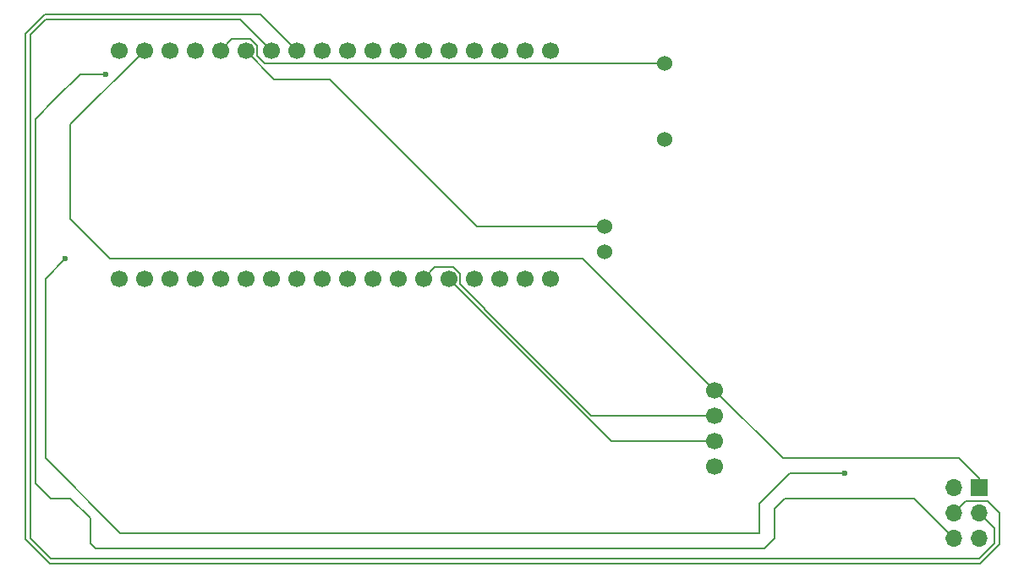
<source format=gbr>
%TF.GenerationSoftware,KiCad,Pcbnew,9.0.0*%
%TF.CreationDate,2025-03-22T20:49:05-07:00*%
%TF.ProjectId,DC33_Cnet_Badge_Main,44433333-5f43-46e6-9574-5f4261646765,rev?*%
%TF.SameCoordinates,Original*%
%TF.FileFunction,Copper,L1,Top*%
%TF.FilePolarity,Positive*%
%FSLAX46Y46*%
G04 Gerber Fmt 4.6, Leading zero omitted, Abs format (unit mm)*
G04 Created by KiCad (PCBNEW 9.0.0) date 2025-03-22 20:49:05*
%MOMM*%
%LPD*%
G01*
G04 APERTURE LIST*
%TA.AperFunction,ComponentPad*%
%ADD10C,1.524000*%
%TD*%
%TA.AperFunction,ComponentPad*%
%ADD11R,1.700000X1.700000*%
%TD*%
%TA.AperFunction,ComponentPad*%
%ADD12O,1.700000X1.700000*%
%TD*%
%TA.AperFunction,ComponentPad*%
%ADD13C,1.700000*%
%TD*%
%TA.AperFunction,ViaPad*%
%ADD14C,0.600000*%
%TD*%
%TA.AperFunction,Conductor*%
%ADD15C,0.200000*%
%TD*%
G04 APERTURE END LIST*
D10*
%TO.P,VIBRA1,1,POS*%
%TO.N,Net-(U1-GPIO45)*%
X172500000Y-74230000D03*
%TO.P,VIBRA1,2,NEG*%
%TO.N,GND*%
X172500000Y-76770000D03*
%TD*%
D11*
%TO.P,J1,1,+3.3V*%
%TO.N,3V3*%
X210000000Y-100420000D03*
D12*
%TO.P,J1,2,GND*%
%TO.N,GND*%
X207460000Y-100420000D03*
%TO.P,J1,3,SDA*%
%TO.N,Net-(J1-SDA)*%
X210000000Y-102960000D03*
%TO.P,J1,4,SCL*%
%TO.N,Net-(J1-SCL)*%
X207460000Y-102960000D03*
%TO.P,J1,5,GPIO1*%
%TO.N,Net-(J1-GPIO1)*%
X210000000Y-105500000D03*
%TO.P,J1,6,GPIO2*%
%TO.N,Net-(J1-GPIO2)*%
X207460000Y-105500000D03*
%TD*%
D10*
%TO.P,BUZZ1,1,POS*%
%TO.N,Net-(BUZZ1-POS)*%
X178500000Y-57880000D03*
%TO.P,BUZZ1,2,NEG*%
%TO.N,GND*%
X178500000Y-65500000D03*
%TD*%
D13*
%TO.P,U1,1,GND*%
%TO.N,GND*%
X123860000Y-79500000D03*
%TO.P,U1,2,5V*%
%TO.N,unconnected-(U1-5V-Pad2)*%
X126400000Y-79500000D03*
%TO.P,U1,3,Ve*%
%TO.N,unconnected-(U1-Ve-Pad3)*%
X128940000Y-79500000D03*
%TO.P,U1,4,Ve*%
%TO.N,unconnected-(U1-Ve-Pad4)*%
X131480000Y-79500000D03*
%TO.P,U1,5,RX*%
%TO.N,unconnected-(U1-RX-Pad5)*%
X134020000Y-79500000D03*
%TO.P,U1,6,TX*%
%TO.N,unconnected-(U1-TX-Pad6)*%
X136560000Y-79500000D03*
%TO.P,U1,7,RST*%
%TO.N,unconnected-(U1-RST-Pad7)*%
X139100000Y-79500000D03*
%TO.P,U1,8,GPIO0*%
%TO.N,unconnected-(U1-GPIO0-Pad8)*%
X141640000Y-79500000D03*
%TO.P,U1,9,GPIO36*%
%TO.N,unconnected-(U1-GPIO36-Pad9)*%
X144180000Y-79500000D03*
%TO.P,U1,10,GPIO35*%
%TO.N,unconnected-(U1-GPIO35-Pad10)*%
X146720000Y-79500000D03*
%TO.P,U1,11,GPIO34*%
%TO.N,unconnected-(U1-GPIO34-Pad11)*%
X149260000Y-79500000D03*
%TO.P,U1,12,GPIO33*%
%TO.N,unconnected-(U1-GPIO33-Pad12)*%
X151800000Y-79500000D03*
%TO.P,U1,13,GPIO47*%
%TO.N,Net-(GPS1-RX)*%
X154340000Y-79500000D03*
%TO.P,U1,14,GPIO48*%
%TO.N,Net-(GPS1-TX)*%
X156880000Y-79500000D03*
%TO.P,U1,15,GPIO26*%
%TO.N,unconnected-(U1-GPIO26-Pad15)*%
X159420000Y-79500000D03*
%TO.P,U1,16,GPIO21*%
%TO.N,unconnected-(U1-GPIO21-Pad16)*%
X161960000Y-79500000D03*
%TO.P,U1,17,GPIO20*%
%TO.N,unconnected-(U1-GPIO20-Pad17)*%
X164500000Y-79500000D03*
%TO.P,U1,18,GPIO19*%
%TO.N,unconnected-(U1-GPIO19-Pad18)*%
X167040000Y-79500000D03*
%TO.P,U1,19,GPIO7*%
%TO.N,unconnected-(U1-GPIO7-Pad19)*%
X167040000Y-56640000D03*
%TO.P,U1,20,GPIO6*%
%TO.N,unconnected-(U1-GPIO6-Pad20)*%
X164500000Y-56640000D03*
%TO.P,U1,21,GPIO5*%
%TO.N,unconnected-(U1-GPIO5-Pad21)*%
X161960000Y-56640000D03*
%TO.P,U1,22,GPIO4*%
%TO.N,unconnected-(U1-GPIO4-Pad22)*%
X159420000Y-56640000D03*
%TO.P,U1,23,GPIO3*%
%TO.N,unconnected-(U1-GPIO3-Pad23)*%
X156880000Y-56640000D03*
%TO.P,U1,24,GPIO2*%
%TO.N,unconnected-(U1-GPIO2-Pad24)*%
X154340000Y-56640000D03*
%TO.P,U1,25,GPIO1*%
%TO.N,unconnected-(U1-GPIO1-Pad25)*%
X151800000Y-56640000D03*
%TO.P,U1,26,GPIO38*%
%TO.N,unconnected-(U1-GPIO38-Pad26)*%
X149260000Y-56640000D03*
%TO.P,U1,27,GPIO39*%
%TO.N,Net-(J1-GPIO2)*%
X146720000Y-56640000D03*
%TO.P,U1,28,GPIO40*%
%TO.N,Net-(J1-GPIO1)*%
X144180000Y-56640000D03*
%TO.P,U1,29,GPIO41*%
%TO.N,Net-(J1-SCL)*%
X141640000Y-56640000D03*
%TO.P,U1,30,GPIO42*%
%TO.N,Net-(J1-SDA)*%
X139100000Y-56640000D03*
%TO.P,U1,31,GPIO45*%
%TO.N,Net-(U1-GPIO45)*%
X136560000Y-56640000D03*
%TO.P,U1,32,GPIO46*%
%TO.N,Net-(BUZZ1-POS)*%
X134020000Y-56640000D03*
%TO.P,U1,33,GPIO37*%
%TO.N,unconnected-(U1-GPIO37-Pad33)*%
X131480000Y-56640000D03*
%TO.P,U1,34,3V3*%
%TO.N,unconnected-(U1-3V3-Pad34)*%
X128940000Y-56640000D03*
%TO.P,U1,35,3V3*%
%TO.N,3V3*%
X126400000Y-56640000D03*
%TO.P,U1,36,GND*%
%TO.N,unconnected-(U1-GND-Pad36)*%
X123860000Y-56640000D03*
%TD*%
%TO.P,GPS1,1,VCC*%
%TO.N,3V3*%
X183510000Y-90690000D03*
%TO.P,GPS1,2,RX*%
%TO.N,Net-(GPS1-RX)*%
X183510000Y-93230000D03*
%TO.P,GPS1,3,TX*%
%TO.N,Net-(GPS1-TX)*%
X183510000Y-95770000D03*
%TO.P,GPS1,4,GND*%
%TO.N,GND*%
X183510000Y-98310000D03*
%TD*%
D14*
%TO.N,Net-(J1-GPIO2)*%
X122500000Y-59000000D03*
%TO.N,Net-(J1-GPIO1)*%
X118500000Y-77500000D03*
X196500000Y-99000000D03*
%TD*%
D15*
%TO.N,Net-(BUZZ1-POS)*%
X137711000Y-56163240D02*
X137036760Y-55489000D01*
X138474240Y-57880000D02*
X137711000Y-57116760D01*
X135171000Y-55489000D02*
X134020000Y-56640000D01*
X137036760Y-55489000D02*
X135171000Y-55489000D01*
X137711000Y-57116760D02*
X137711000Y-56163240D01*
X178500000Y-57880000D02*
X138474240Y-57880000D01*
%TO.N,3V3*%
X170320000Y-77500000D02*
X123000000Y-77500000D01*
X123000000Y-77500000D02*
X119000000Y-73500000D01*
X119000000Y-73500000D02*
X119000000Y-64040000D01*
X208000000Y-97500000D02*
X190320000Y-97500000D01*
X119000000Y-64040000D02*
X126400000Y-56640000D01*
X183510000Y-90690000D02*
X170320000Y-77500000D01*
X190320000Y-97500000D02*
X183510000Y-90690000D01*
X210000000Y-100420000D02*
X210000000Y-99500000D01*
X210000000Y-99500000D02*
X208000000Y-97500000D01*
%TO.N,Net-(GPS1-RX)*%
X171177100Y-93230000D02*
X160500000Y-82552900D01*
X158031000Y-80031000D02*
X158031000Y-79023240D01*
X160500000Y-82552900D02*
X160500000Y-82500000D01*
X160500000Y-82500000D02*
X158031000Y-80031000D01*
X157356760Y-78349000D02*
X155491000Y-78349000D01*
X155491000Y-78349000D02*
X154340000Y-79500000D01*
X158031000Y-79023240D02*
X157356760Y-78349000D01*
X183510000Y-93230000D02*
X171177100Y-93230000D01*
%TO.N,Net-(GPS1-TX)*%
X183510000Y-95770000D02*
X173150000Y-95770000D01*
X173150000Y-95770000D02*
X156880000Y-79500000D01*
%TO.N,Net-(J1-SDA)*%
X117000000Y-107500000D02*
X115000000Y-105500000D01*
X116500000Y-53500000D02*
X135960000Y-53500000D01*
X115000000Y-105500000D02*
X115000000Y-55000000D01*
X135960000Y-53500000D02*
X139100000Y-56640000D01*
X210000000Y-107500000D02*
X117000000Y-107500000D01*
X211500000Y-104460000D02*
X211500000Y-106000000D01*
X211500000Y-106000000D02*
X210000000Y-107500000D01*
X115000000Y-55000000D02*
X116500000Y-53500000D01*
X210000000Y-102960000D02*
X211500000Y-104460000D01*
%TO.N,Net-(J1-GPIO2)*%
X115500000Y-63500000D02*
X117500000Y-61500000D01*
X120000000Y-59000000D02*
X122500000Y-59000000D01*
X188500000Y-106500000D02*
X122500000Y-106500000D01*
X121000000Y-103500000D02*
X119000000Y-101500000D01*
X203460000Y-101500000D02*
X190500000Y-101500000D01*
X117500000Y-61500000D02*
X120000000Y-59000000D01*
X189500000Y-105500000D02*
X188500000Y-106500000D01*
X121000000Y-106000000D02*
X121000000Y-103500000D01*
X122500000Y-106500000D02*
X121500000Y-106500000D01*
X119000000Y-101500000D02*
X117000000Y-101500000D01*
X115500000Y-100000000D02*
X115500000Y-63500000D01*
X190500000Y-101500000D02*
X189500000Y-102500000D01*
X117000000Y-101500000D02*
X115500000Y-100000000D01*
X121500000Y-106500000D02*
X121000000Y-106000000D01*
X207460000Y-105500000D02*
X203460000Y-101500000D01*
X189500000Y-102500000D02*
X189500000Y-105500000D01*
%TO.N,Net-(J1-SCL)*%
X210809000Y-101809000D02*
X212000000Y-103000000D01*
X212000000Y-103000000D02*
X212000000Y-106067100D01*
X208611000Y-101809000D02*
X210809000Y-101809000D01*
X114500000Y-105567100D02*
X114500000Y-54932900D01*
X138000000Y-53000000D02*
X141640000Y-56640000D01*
X210067100Y-108000000D02*
X116932900Y-108000000D01*
X207460000Y-102960000D02*
X208611000Y-101809000D01*
X116432900Y-53000000D02*
X138000000Y-53000000D01*
X116932900Y-108000000D02*
X114500000Y-105567100D01*
X114500000Y-54932900D02*
X116432900Y-53000000D01*
X212000000Y-106067100D02*
X210067100Y-108000000D01*
%TO.N,Net-(J1-GPIO1)*%
X124000000Y-105000000D02*
X116500000Y-97500000D01*
X116500000Y-97500000D02*
X116500000Y-79500000D01*
X188000000Y-102000000D02*
X188000000Y-102500000D01*
X188000000Y-102500000D02*
X188000000Y-105000000D01*
X191000000Y-99000000D02*
X188000000Y-102000000D01*
X116500000Y-79500000D02*
X118500000Y-77500000D01*
X196500000Y-99000000D02*
X191000000Y-99000000D01*
X188000000Y-105000000D02*
X124000000Y-105000000D01*
%TO.N,Net-(U1-GPIO45)*%
X159730000Y-74230000D02*
X145000000Y-59500000D01*
X145000000Y-59500000D02*
X139420000Y-59500000D01*
X172500000Y-74230000D02*
X159730000Y-74230000D01*
X139420000Y-59500000D02*
X136560000Y-56640000D01*
%TD*%
M02*

</source>
